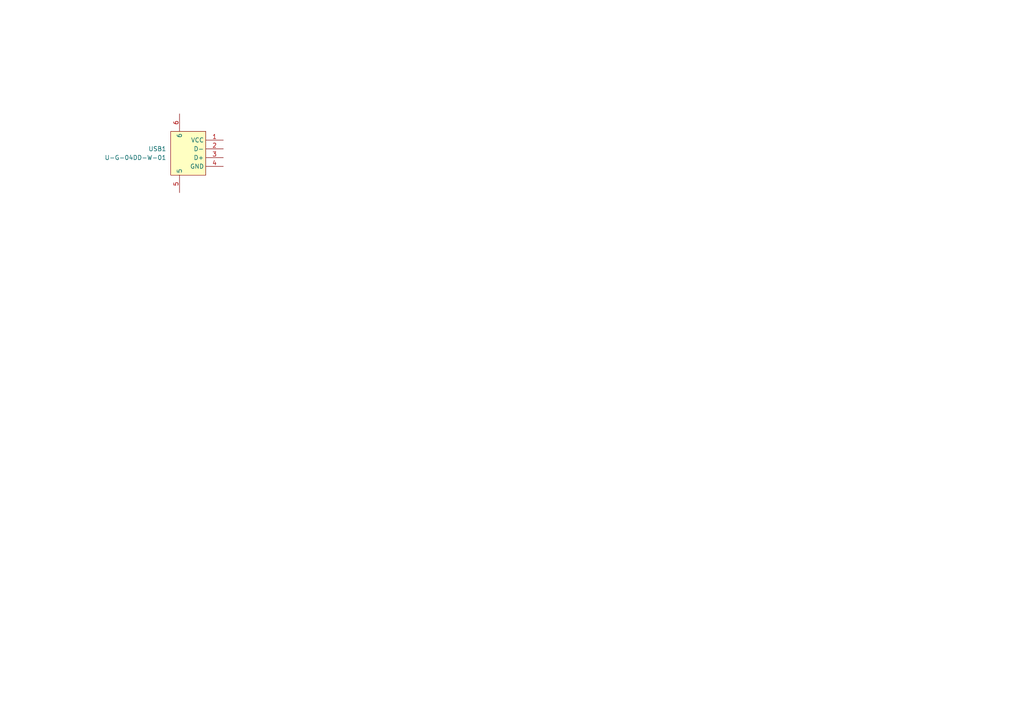
<source format=kicad_sch>
(kicad_sch (version 20250114) (generator "eeschema") (generator_version "9.0")
  (paper "A4")
  (lib_symbols
    (symbol "USB_A_Plug:U-G-04DD-W-01"
      (property "Reference" "USB" (at 0 16.51 0))
      (property "Value" "U-G-04DD-W-01" (at 0 -16.51 0))
      (symbol "U-G-04DD-W-01_0_1"
        (rectangle (start -8.89 6.35) (end 1.27 -6.35) (fill (type background)))
        (pin unspecified line (at -6.35 11.43 270) (length 5.08) (name "6") (number "6"))
        (pin unspecified line (at -6.35 -11.43 90) (length 5.08) (name "5") (number "5"))
        (pin unspecified line (at 6.35 3.81 180) (length 5.08) (name "VCC") (number "1"))
        (pin unspecified line (at 6.35 1.27 180) (length 5.08) (name "D-") (number "2"))
        (pin unspecified line (at 6.35 -1.27 180) (length 5.08) (name "D+") (number "3"))
        (pin unspecified line (at 6.35 -3.81 180) (length 5.08) (name "GND") (number "4"))
      )
    )
  )
  (symbol (lib_id "USB_A_Plug:U-G-04DD-W-01") (at 58.42 44.45 0) (unit 1)
    (property "Reference" "USB1" (at 48.26 43.1799 0) (effects (justify right)))
    (property "Value" "U-G-04DD-W-01" (at 48.26 45.7199 0) (effects (justify right)))
    (property "Footprint" "USB_A_Plug:USB-A-TH_U-G-04WD-W-01" (effects (hide yes)))
    (property "Datasheet" "https://lcsc.com/datasheet/lcsc_datasheet_1811131820_Korean-Hroparts-Elec-U-G-O4DD-W-1_C98125.pdf" (effects (hide yes)))
    (property "LCSC Part" "C98125" (effects (hide yes)))
  )
)
</source>
